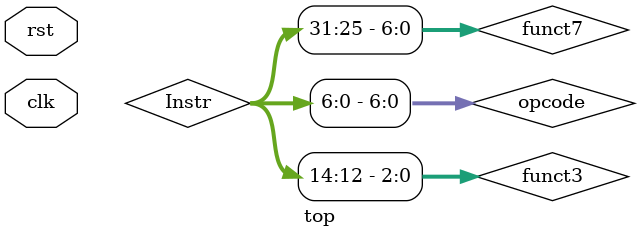
<source format=v>
module top(
    input clk,rst
);

    wire [31:0] PCw,ImmExt,Instr,ALUResult,SrcB,SrcA,
                ReadData,WriteData,PCplus4,Result,PCBranch,
                PCNext,jalrTarget;
    wire [2:0] funct3;
    wire [2:0] ALUControl;
    wire [6:0] funct7, opcode;
    wire [1:0] ImmSrc,ResultSrc;
    wire RegWrite,MemWrite,ALUSrc,Branch,Zero,takeBranch,Carry,OverFlow,Jump;
    

     // === Instruction Fields ===
    assign funct3 = Instr[14:12];
    assign funct7 = Instr[31:25];
    assign opcode = Instr[6:0];

    pc PC(
        .clk(clk),
        .rst(rst),
        .PC(PCw),
        .PCNext(PCNext)
    );

    PCSelector PCS(
        .PCw(PCw),
        .ImmExt(ImmExt),
        .SrcA(SrcA),
        .Branch(Branch),
        .opcode(opcode),
        .WriteData(WriteData),
        .Jump(Jump),
        .Zero(Zero), 
        .Negative(Negative),
        .OverFlow(OverFlow),
        .Carry(Carry),
        .funct3(funct3),
        .PCNext(PCNext),
        .PCplus4(PCplus4),
        .takeBranch(takeBranch),
        .PCBranch(PCBranch),
        .jalrTarget(jalrTarget)
    );


    instr_mem IM(
        .rst(rst),
        .A(PCw),
        .RD(Instr)
    );

    regfile REGFILE (
        .rst(rst),
        .clk(clk),
        .A1(Instr[19:15]),
        .A2(Instr[24:20]),
        .A3(Instr[11:7]),
        .WE3(RegWrite),
        .WD3(Result),
        .RD1(SrcA),
        .RD2(WriteData)
    );

    ImmGen immgen (
    .instr(Instr),
    .opcode(opcode),
    .ImmSrc(ImmSrc),
    .ImmExt(ImmExt)
);
//    mux MUXRALU (
//        .a(WriteData),
//        .b(ImmExt),
//        .s(ALUSrc),
//        .c(SrcB)
//    );
    
    assign SrcB = ALUSrc ? ImmExt : WriteData;



    alu ALU(
        .A(SrcA),
        .B(SrcB),
        .Result(ALUResult),
        .ALUControl(ALUControl),
        .OverFlow(OverFlow),
        .Carry(Carry),
        .Zero(Zero),
        .Negative(Negative)

    );

    data_mem DM(
        .clk(clk),
        .WE(MemWrite),
        .rst(rst),
        .WD(WriteData),
        .RD(ReadData),
        .A(ALUResult)
    );


    controlUnit CU (
        .op(opcode),
        .RegWrite(RegWrite),
        .ImmSrc(ImmSrc),
        .ALUSrc(ALUSrc),
        .MemWrite(MemWrite),
        .ResultSrc(ResultSrc),
        .Branch(Branch),
        .Jump(Jump),
        .funct3(funct3),
        .funct7(funct7),
        .ALUControl(ALUControl)
        );


    // === Result MUX: ALU, Mem, PC+4 ===

    mux3 MUX_Result (
        .a(ALUResult),
        .b(ReadData),
        .c(PCplus4),
        .sel(ResultSrc), // Jump=1 → PC+4
        .out(Result)
    );
    
endmodule
    
//  mux3 module:    
//    always @(*) begin 
//        case(RSrc)
//            2'b00: Result = ALUResult;
//            2'b01: Result = ReadData;
//            2'b10: Result = PCplus4; // PC+4
//            default: 32'bx;
//        endcase
//    end
</source>
